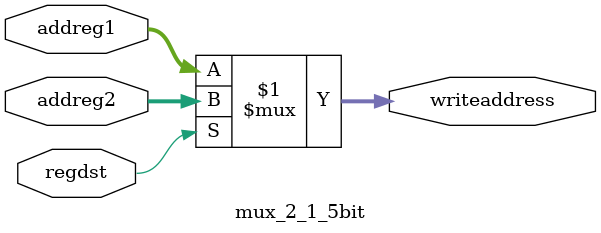
<source format=v>
`timescale 1ns / 1ps
module mux_2_1_5bit(
	input regdst,
	input [4:0]addreg1, 
	input [4:0]addreg2,
	output [4:0]writeaddress
    );
assign writeaddress=regdst?addreg2:addreg1;

endmodule

</source>
